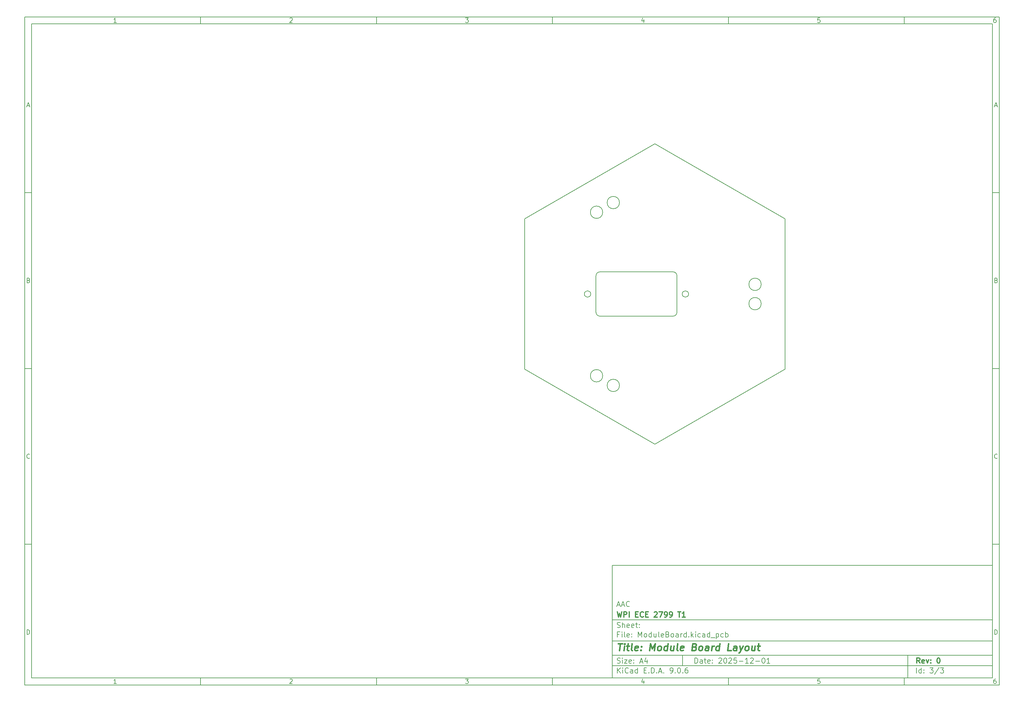
<source format=gbr>
%TF.GenerationSoftware,KiCad,Pcbnew,9.0.6*%
%TF.CreationDate,2025-12-02T02:32:02-05:00*%
%TF.ProjectId,ModuleBoard,4d6f6475-6c65-4426-9f61-72642e6b6963,0*%
%TF.SameCoordinates,Original*%
%TF.FileFunction,Profile,NP*%
%FSLAX46Y46*%
G04 Gerber Fmt 4.6, Leading zero omitted, Abs format (unit mm)*
G04 Created by KiCad (PCBNEW 9.0.6) date 2025-12-02 02:32:02*
%MOMM*%
%LPD*%
G01*
G04 APERTURE LIST*
%ADD10C,0.100000*%
%ADD11C,0.150000*%
%ADD12C,0.300000*%
%ADD13C,0.400000*%
%TA.AperFunction,Profile*%
%ADD14C,0.200000*%
%TD*%
G04 APERTURE END LIST*
D10*
D11*
X177002200Y-166007200D02*
X285002200Y-166007200D01*
X285002200Y-198007200D01*
X177002200Y-198007200D01*
X177002200Y-166007200D01*
D10*
D11*
X10000000Y-10000000D02*
X287002200Y-10000000D01*
X287002200Y-200007200D01*
X10000000Y-200007200D01*
X10000000Y-10000000D01*
D10*
D11*
X12000000Y-12000000D02*
X285002200Y-12000000D01*
X285002200Y-198007200D01*
X12000000Y-198007200D01*
X12000000Y-12000000D01*
D10*
D11*
X60000000Y-12000000D02*
X60000000Y-10000000D01*
D10*
D11*
X110000000Y-12000000D02*
X110000000Y-10000000D01*
D10*
D11*
X160000000Y-12000000D02*
X160000000Y-10000000D01*
D10*
D11*
X210000000Y-12000000D02*
X210000000Y-10000000D01*
D10*
D11*
X260000000Y-12000000D02*
X260000000Y-10000000D01*
D10*
D11*
X36089160Y-11593604D02*
X35346303Y-11593604D01*
X35717731Y-11593604D02*
X35717731Y-10293604D01*
X35717731Y-10293604D02*
X35593922Y-10479319D01*
X35593922Y-10479319D02*
X35470112Y-10603128D01*
X35470112Y-10603128D02*
X35346303Y-10665033D01*
D10*
D11*
X85346303Y-10417414D02*
X85408207Y-10355509D01*
X85408207Y-10355509D02*
X85532017Y-10293604D01*
X85532017Y-10293604D02*
X85841541Y-10293604D01*
X85841541Y-10293604D02*
X85965350Y-10355509D01*
X85965350Y-10355509D02*
X86027255Y-10417414D01*
X86027255Y-10417414D02*
X86089160Y-10541223D01*
X86089160Y-10541223D02*
X86089160Y-10665033D01*
X86089160Y-10665033D02*
X86027255Y-10850747D01*
X86027255Y-10850747D02*
X85284398Y-11593604D01*
X85284398Y-11593604D02*
X86089160Y-11593604D01*
D10*
D11*
X135284398Y-10293604D02*
X136089160Y-10293604D01*
X136089160Y-10293604D02*
X135655826Y-10788842D01*
X135655826Y-10788842D02*
X135841541Y-10788842D01*
X135841541Y-10788842D02*
X135965350Y-10850747D01*
X135965350Y-10850747D02*
X136027255Y-10912652D01*
X136027255Y-10912652D02*
X136089160Y-11036461D01*
X136089160Y-11036461D02*
X136089160Y-11345985D01*
X136089160Y-11345985D02*
X136027255Y-11469795D01*
X136027255Y-11469795D02*
X135965350Y-11531700D01*
X135965350Y-11531700D02*
X135841541Y-11593604D01*
X135841541Y-11593604D02*
X135470112Y-11593604D01*
X135470112Y-11593604D02*
X135346303Y-11531700D01*
X135346303Y-11531700D02*
X135284398Y-11469795D01*
D10*
D11*
X185965350Y-10726938D02*
X185965350Y-11593604D01*
X185655826Y-10231700D02*
X185346303Y-11160271D01*
X185346303Y-11160271D02*
X186151064Y-11160271D01*
D10*
D11*
X236027255Y-10293604D02*
X235408207Y-10293604D01*
X235408207Y-10293604D02*
X235346303Y-10912652D01*
X235346303Y-10912652D02*
X235408207Y-10850747D01*
X235408207Y-10850747D02*
X235532017Y-10788842D01*
X235532017Y-10788842D02*
X235841541Y-10788842D01*
X235841541Y-10788842D02*
X235965350Y-10850747D01*
X235965350Y-10850747D02*
X236027255Y-10912652D01*
X236027255Y-10912652D02*
X236089160Y-11036461D01*
X236089160Y-11036461D02*
X236089160Y-11345985D01*
X236089160Y-11345985D02*
X236027255Y-11469795D01*
X236027255Y-11469795D02*
X235965350Y-11531700D01*
X235965350Y-11531700D02*
X235841541Y-11593604D01*
X235841541Y-11593604D02*
X235532017Y-11593604D01*
X235532017Y-11593604D02*
X235408207Y-11531700D01*
X235408207Y-11531700D02*
X235346303Y-11469795D01*
D10*
D11*
X285965350Y-10293604D02*
X285717731Y-10293604D01*
X285717731Y-10293604D02*
X285593922Y-10355509D01*
X285593922Y-10355509D02*
X285532017Y-10417414D01*
X285532017Y-10417414D02*
X285408207Y-10603128D01*
X285408207Y-10603128D02*
X285346303Y-10850747D01*
X285346303Y-10850747D02*
X285346303Y-11345985D01*
X285346303Y-11345985D02*
X285408207Y-11469795D01*
X285408207Y-11469795D02*
X285470112Y-11531700D01*
X285470112Y-11531700D02*
X285593922Y-11593604D01*
X285593922Y-11593604D02*
X285841541Y-11593604D01*
X285841541Y-11593604D02*
X285965350Y-11531700D01*
X285965350Y-11531700D02*
X286027255Y-11469795D01*
X286027255Y-11469795D02*
X286089160Y-11345985D01*
X286089160Y-11345985D02*
X286089160Y-11036461D01*
X286089160Y-11036461D02*
X286027255Y-10912652D01*
X286027255Y-10912652D02*
X285965350Y-10850747D01*
X285965350Y-10850747D02*
X285841541Y-10788842D01*
X285841541Y-10788842D02*
X285593922Y-10788842D01*
X285593922Y-10788842D02*
X285470112Y-10850747D01*
X285470112Y-10850747D02*
X285408207Y-10912652D01*
X285408207Y-10912652D02*
X285346303Y-11036461D01*
D10*
D11*
X60000000Y-198007200D02*
X60000000Y-200007200D01*
D10*
D11*
X110000000Y-198007200D02*
X110000000Y-200007200D01*
D10*
D11*
X160000000Y-198007200D02*
X160000000Y-200007200D01*
D10*
D11*
X210000000Y-198007200D02*
X210000000Y-200007200D01*
D10*
D11*
X260000000Y-198007200D02*
X260000000Y-200007200D01*
D10*
D11*
X36089160Y-199600804D02*
X35346303Y-199600804D01*
X35717731Y-199600804D02*
X35717731Y-198300804D01*
X35717731Y-198300804D02*
X35593922Y-198486519D01*
X35593922Y-198486519D02*
X35470112Y-198610328D01*
X35470112Y-198610328D02*
X35346303Y-198672233D01*
D10*
D11*
X85346303Y-198424614D02*
X85408207Y-198362709D01*
X85408207Y-198362709D02*
X85532017Y-198300804D01*
X85532017Y-198300804D02*
X85841541Y-198300804D01*
X85841541Y-198300804D02*
X85965350Y-198362709D01*
X85965350Y-198362709D02*
X86027255Y-198424614D01*
X86027255Y-198424614D02*
X86089160Y-198548423D01*
X86089160Y-198548423D02*
X86089160Y-198672233D01*
X86089160Y-198672233D02*
X86027255Y-198857947D01*
X86027255Y-198857947D02*
X85284398Y-199600804D01*
X85284398Y-199600804D02*
X86089160Y-199600804D01*
D10*
D11*
X135284398Y-198300804D02*
X136089160Y-198300804D01*
X136089160Y-198300804D02*
X135655826Y-198796042D01*
X135655826Y-198796042D02*
X135841541Y-198796042D01*
X135841541Y-198796042D02*
X135965350Y-198857947D01*
X135965350Y-198857947D02*
X136027255Y-198919852D01*
X136027255Y-198919852D02*
X136089160Y-199043661D01*
X136089160Y-199043661D02*
X136089160Y-199353185D01*
X136089160Y-199353185D02*
X136027255Y-199476995D01*
X136027255Y-199476995D02*
X135965350Y-199538900D01*
X135965350Y-199538900D02*
X135841541Y-199600804D01*
X135841541Y-199600804D02*
X135470112Y-199600804D01*
X135470112Y-199600804D02*
X135346303Y-199538900D01*
X135346303Y-199538900D02*
X135284398Y-199476995D01*
D10*
D11*
X185965350Y-198734138D02*
X185965350Y-199600804D01*
X185655826Y-198238900D02*
X185346303Y-199167471D01*
X185346303Y-199167471D02*
X186151064Y-199167471D01*
D10*
D11*
X236027255Y-198300804D02*
X235408207Y-198300804D01*
X235408207Y-198300804D02*
X235346303Y-198919852D01*
X235346303Y-198919852D02*
X235408207Y-198857947D01*
X235408207Y-198857947D02*
X235532017Y-198796042D01*
X235532017Y-198796042D02*
X235841541Y-198796042D01*
X235841541Y-198796042D02*
X235965350Y-198857947D01*
X235965350Y-198857947D02*
X236027255Y-198919852D01*
X236027255Y-198919852D02*
X236089160Y-199043661D01*
X236089160Y-199043661D02*
X236089160Y-199353185D01*
X236089160Y-199353185D02*
X236027255Y-199476995D01*
X236027255Y-199476995D02*
X235965350Y-199538900D01*
X235965350Y-199538900D02*
X235841541Y-199600804D01*
X235841541Y-199600804D02*
X235532017Y-199600804D01*
X235532017Y-199600804D02*
X235408207Y-199538900D01*
X235408207Y-199538900D02*
X235346303Y-199476995D01*
D10*
D11*
X285965350Y-198300804D02*
X285717731Y-198300804D01*
X285717731Y-198300804D02*
X285593922Y-198362709D01*
X285593922Y-198362709D02*
X285532017Y-198424614D01*
X285532017Y-198424614D02*
X285408207Y-198610328D01*
X285408207Y-198610328D02*
X285346303Y-198857947D01*
X285346303Y-198857947D02*
X285346303Y-199353185D01*
X285346303Y-199353185D02*
X285408207Y-199476995D01*
X285408207Y-199476995D02*
X285470112Y-199538900D01*
X285470112Y-199538900D02*
X285593922Y-199600804D01*
X285593922Y-199600804D02*
X285841541Y-199600804D01*
X285841541Y-199600804D02*
X285965350Y-199538900D01*
X285965350Y-199538900D02*
X286027255Y-199476995D01*
X286027255Y-199476995D02*
X286089160Y-199353185D01*
X286089160Y-199353185D02*
X286089160Y-199043661D01*
X286089160Y-199043661D02*
X286027255Y-198919852D01*
X286027255Y-198919852D02*
X285965350Y-198857947D01*
X285965350Y-198857947D02*
X285841541Y-198796042D01*
X285841541Y-198796042D02*
X285593922Y-198796042D01*
X285593922Y-198796042D02*
X285470112Y-198857947D01*
X285470112Y-198857947D02*
X285408207Y-198919852D01*
X285408207Y-198919852D02*
X285346303Y-199043661D01*
D10*
D11*
X10000000Y-60000000D02*
X12000000Y-60000000D01*
D10*
D11*
X10000000Y-110000000D02*
X12000000Y-110000000D01*
D10*
D11*
X10000000Y-160000000D02*
X12000000Y-160000000D01*
D10*
D11*
X10690476Y-35222176D02*
X11309523Y-35222176D01*
X10566666Y-35593604D02*
X10999999Y-34293604D01*
X10999999Y-34293604D02*
X11433333Y-35593604D01*
D10*
D11*
X11092857Y-84912652D02*
X11278571Y-84974557D01*
X11278571Y-84974557D02*
X11340476Y-85036461D01*
X11340476Y-85036461D02*
X11402380Y-85160271D01*
X11402380Y-85160271D02*
X11402380Y-85345985D01*
X11402380Y-85345985D02*
X11340476Y-85469795D01*
X11340476Y-85469795D02*
X11278571Y-85531700D01*
X11278571Y-85531700D02*
X11154761Y-85593604D01*
X11154761Y-85593604D02*
X10659523Y-85593604D01*
X10659523Y-85593604D02*
X10659523Y-84293604D01*
X10659523Y-84293604D02*
X11092857Y-84293604D01*
X11092857Y-84293604D02*
X11216666Y-84355509D01*
X11216666Y-84355509D02*
X11278571Y-84417414D01*
X11278571Y-84417414D02*
X11340476Y-84541223D01*
X11340476Y-84541223D02*
X11340476Y-84665033D01*
X11340476Y-84665033D02*
X11278571Y-84788842D01*
X11278571Y-84788842D02*
X11216666Y-84850747D01*
X11216666Y-84850747D02*
X11092857Y-84912652D01*
X11092857Y-84912652D02*
X10659523Y-84912652D01*
D10*
D11*
X11402380Y-135469795D02*
X11340476Y-135531700D01*
X11340476Y-135531700D02*
X11154761Y-135593604D01*
X11154761Y-135593604D02*
X11030952Y-135593604D01*
X11030952Y-135593604D02*
X10845238Y-135531700D01*
X10845238Y-135531700D02*
X10721428Y-135407890D01*
X10721428Y-135407890D02*
X10659523Y-135284080D01*
X10659523Y-135284080D02*
X10597619Y-135036461D01*
X10597619Y-135036461D02*
X10597619Y-134850747D01*
X10597619Y-134850747D02*
X10659523Y-134603128D01*
X10659523Y-134603128D02*
X10721428Y-134479319D01*
X10721428Y-134479319D02*
X10845238Y-134355509D01*
X10845238Y-134355509D02*
X11030952Y-134293604D01*
X11030952Y-134293604D02*
X11154761Y-134293604D01*
X11154761Y-134293604D02*
X11340476Y-134355509D01*
X11340476Y-134355509D02*
X11402380Y-134417414D01*
D10*
D11*
X10659523Y-185593604D02*
X10659523Y-184293604D01*
X10659523Y-184293604D02*
X10969047Y-184293604D01*
X10969047Y-184293604D02*
X11154761Y-184355509D01*
X11154761Y-184355509D02*
X11278571Y-184479319D01*
X11278571Y-184479319D02*
X11340476Y-184603128D01*
X11340476Y-184603128D02*
X11402380Y-184850747D01*
X11402380Y-184850747D02*
X11402380Y-185036461D01*
X11402380Y-185036461D02*
X11340476Y-185284080D01*
X11340476Y-185284080D02*
X11278571Y-185407890D01*
X11278571Y-185407890D02*
X11154761Y-185531700D01*
X11154761Y-185531700D02*
X10969047Y-185593604D01*
X10969047Y-185593604D02*
X10659523Y-185593604D01*
D10*
D11*
X287002200Y-60000000D02*
X285002200Y-60000000D01*
D10*
D11*
X287002200Y-110000000D02*
X285002200Y-110000000D01*
D10*
D11*
X287002200Y-160000000D02*
X285002200Y-160000000D01*
D10*
D11*
X285692676Y-35222176D02*
X286311723Y-35222176D01*
X285568866Y-35593604D02*
X286002199Y-34293604D01*
X286002199Y-34293604D02*
X286435533Y-35593604D01*
D10*
D11*
X286095057Y-84912652D02*
X286280771Y-84974557D01*
X286280771Y-84974557D02*
X286342676Y-85036461D01*
X286342676Y-85036461D02*
X286404580Y-85160271D01*
X286404580Y-85160271D02*
X286404580Y-85345985D01*
X286404580Y-85345985D02*
X286342676Y-85469795D01*
X286342676Y-85469795D02*
X286280771Y-85531700D01*
X286280771Y-85531700D02*
X286156961Y-85593604D01*
X286156961Y-85593604D02*
X285661723Y-85593604D01*
X285661723Y-85593604D02*
X285661723Y-84293604D01*
X285661723Y-84293604D02*
X286095057Y-84293604D01*
X286095057Y-84293604D02*
X286218866Y-84355509D01*
X286218866Y-84355509D02*
X286280771Y-84417414D01*
X286280771Y-84417414D02*
X286342676Y-84541223D01*
X286342676Y-84541223D02*
X286342676Y-84665033D01*
X286342676Y-84665033D02*
X286280771Y-84788842D01*
X286280771Y-84788842D02*
X286218866Y-84850747D01*
X286218866Y-84850747D02*
X286095057Y-84912652D01*
X286095057Y-84912652D02*
X285661723Y-84912652D01*
D10*
D11*
X286404580Y-135469795D02*
X286342676Y-135531700D01*
X286342676Y-135531700D02*
X286156961Y-135593604D01*
X286156961Y-135593604D02*
X286033152Y-135593604D01*
X286033152Y-135593604D02*
X285847438Y-135531700D01*
X285847438Y-135531700D02*
X285723628Y-135407890D01*
X285723628Y-135407890D02*
X285661723Y-135284080D01*
X285661723Y-135284080D02*
X285599819Y-135036461D01*
X285599819Y-135036461D02*
X285599819Y-134850747D01*
X285599819Y-134850747D02*
X285661723Y-134603128D01*
X285661723Y-134603128D02*
X285723628Y-134479319D01*
X285723628Y-134479319D02*
X285847438Y-134355509D01*
X285847438Y-134355509D02*
X286033152Y-134293604D01*
X286033152Y-134293604D02*
X286156961Y-134293604D01*
X286156961Y-134293604D02*
X286342676Y-134355509D01*
X286342676Y-134355509D02*
X286404580Y-134417414D01*
D10*
D11*
X285661723Y-185593604D02*
X285661723Y-184293604D01*
X285661723Y-184293604D02*
X285971247Y-184293604D01*
X285971247Y-184293604D02*
X286156961Y-184355509D01*
X286156961Y-184355509D02*
X286280771Y-184479319D01*
X286280771Y-184479319D02*
X286342676Y-184603128D01*
X286342676Y-184603128D02*
X286404580Y-184850747D01*
X286404580Y-184850747D02*
X286404580Y-185036461D01*
X286404580Y-185036461D02*
X286342676Y-185284080D01*
X286342676Y-185284080D02*
X286280771Y-185407890D01*
X286280771Y-185407890D02*
X286156961Y-185531700D01*
X286156961Y-185531700D02*
X285971247Y-185593604D01*
X285971247Y-185593604D02*
X285661723Y-185593604D01*
D10*
D11*
X200458026Y-193793328D02*
X200458026Y-192293328D01*
X200458026Y-192293328D02*
X200815169Y-192293328D01*
X200815169Y-192293328D02*
X201029455Y-192364757D01*
X201029455Y-192364757D02*
X201172312Y-192507614D01*
X201172312Y-192507614D02*
X201243741Y-192650471D01*
X201243741Y-192650471D02*
X201315169Y-192936185D01*
X201315169Y-192936185D02*
X201315169Y-193150471D01*
X201315169Y-193150471D02*
X201243741Y-193436185D01*
X201243741Y-193436185D02*
X201172312Y-193579042D01*
X201172312Y-193579042D02*
X201029455Y-193721900D01*
X201029455Y-193721900D02*
X200815169Y-193793328D01*
X200815169Y-193793328D02*
X200458026Y-193793328D01*
X202600884Y-193793328D02*
X202600884Y-193007614D01*
X202600884Y-193007614D02*
X202529455Y-192864757D01*
X202529455Y-192864757D02*
X202386598Y-192793328D01*
X202386598Y-192793328D02*
X202100884Y-192793328D01*
X202100884Y-192793328D02*
X201958026Y-192864757D01*
X202600884Y-193721900D02*
X202458026Y-193793328D01*
X202458026Y-193793328D02*
X202100884Y-193793328D01*
X202100884Y-193793328D02*
X201958026Y-193721900D01*
X201958026Y-193721900D02*
X201886598Y-193579042D01*
X201886598Y-193579042D02*
X201886598Y-193436185D01*
X201886598Y-193436185D02*
X201958026Y-193293328D01*
X201958026Y-193293328D02*
X202100884Y-193221900D01*
X202100884Y-193221900D02*
X202458026Y-193221900D01*
X202458026Y-193221900D02*
X202600884Y-193150471D01*
X203100884Y-192793328D02*
X203672312Y-192793328D01*
X203315169Y-192293328D02*
X203315169Y-193579042D01*
X203315169Y-193579042D02*
X203386598Y-193721900D01*
X203386598Y-193721900D02*
X203529455Y-193793328D01*
X203529455Y-193793328D02*
X203672312Y-193793328D01*
X204743741Y-193721900D02*
X204600884Y-193793328D01*
X204600884Y-193793328D02*
X204315170Y-193793328D01*
X204315170Y-193793328D02*
X204172312Y-193721900D01*
X204172312Y-193721900D02*
X204100884Y-193579042D01*
X204100884Y-193579042D02*
X204100884Y-193007614D01*
X204100884Y-193007614D02*
X204172312Y-192864757D01*
X204172312Y-192864757D02*
X204315170Y-192793328D01*
X204315170Y-192793328D02*
X204600884Y-192793328D01*
X204600884Y-192793328D02*
X204743741Y-192864757D01*
X204743741Y-192864757D02*
X204815170Y-193007614D01*
X204815170Y-193007614D02*
X204815170Y-193150471D01*
X204815170Y-193150471D02*
X204100884Y-193293328D01*
X205458026Y-193650471D02*
X205529455Y-193721900D01*
X205529455Y-193721900D02*
X205458026Y-193793328D01*
X205458026Y-193793328D02*
X205386598Y-193721900D01*
X205386598Y-193721900D02*
X205458026Y-193650471D01*
X205458026Y-193650471D02*
X205458026Y-193793328D01*
X205458026Y-192864757D02*
X205529455Y-192936185D01*
X205529455Y-192936185D02*
X205458026Y-193007614D01*
X205458026Y-193007614D02*
X205386598Y-192936185D01*
X205386598Y-192936185D02*
X205458026Y-192864757D01*
X205458026Y-192864757D02*
X205458026Y-193007614D01*
X207243741Y-192436185D02*
X207315169Y-192364757D01*
X207315169Y-192364757D02*
X207458027Y-192293328D01*
X207458027Y-192293328D02*
X207815169Y-192293328D01*
X207815169Y-192293328D02*
X207958027Y-192364757D01*
X207958027Y-192364757D02*
X208029455Y-192436185D01*
X208029455Y-192436185D02*
X208100884Y-192579042D01*
X208100884Y-192579042D02*
X208100884Y-192721900D01*
X208100884Y-192721900D02*
X208029455Y-192936185D01*
X208029455Y-192936185D02*
X207172312Y-193793328D01*
X207172312Y-193793328D02*
X208100884Y-193793328D01*
X209029455Y-192293328D02*
X209172312Y-192293328D01*
X209172312Y-192293328D02*
X209315169Y-192364757D01*
X209315169Y-192364757D02*
X209386598Y-192436185D01*
X209386598Y-192436185D02*
X209458026Y-192579042D01*
X209458026Y-192579042D02*
X209529455Y-192864757D01*
X209529455Y-192864757D02*
X209529455Y-193221900D01*
X209529455Y-193221900D02*
X209458026Y-193507614D01*
X209458026Y-193507614D02*
X209386598Y-193650471D01*
X209386598Y-193650471D02*
X209315169Y-193721900D01*
X209315169Y-193721900D02*
X209172312Y-193793328D01*
X209172312Y-193793328D02*
X209029455Y-193793328D01*
X209029455Y-193793328D02*
X208886598Y-193721900D01*
X208886598Y-193721900D02*
X208815169Y-193650471D01*
X208815169Y-193650471D02*
X208743740Y-193507614D01*
X208743740Y-193507614D02*
X208672312Y-193221900D01*
X208672312Y-193221900D02*
X208672312Y-192864757D01*
X208672312Y-192864757D02*
X208743740Y-192579042D01*
X208743740Y-192579042D02*
X208815169Y-192436185D01*
X208815169Y-192436185D02*
X208886598Y-192364757D01*
X208886598Y-192364757D02*
X209029455Y-192293328D01*
X210100883Y-192436185D02*
X210172311Y-192364757D01*
X210172311Y-192364757D02*
X210315169Y-192293328D01*
X210315169Y-192293328D02*
X210672311Y-192293328D01*
X210672311Y-192293328D02*
X210815169Y-192364757D01*
X210815169Y-192364757D02*
X210886597Y-192436185D01*
X210886597Y-192436185D02*
X210958026Y-192579042D01*
X210958026Y-192579042D02*
X210958026Y-192721900D01*
X210958026Y-192721900D02*
X210886597Y-192936185D01*
X210886597Y-192936185D02*
X210029454Y-193793328D01*
X210029454Y-193793328D02*
X210958026Y-193793328D01*
X212315168Y-192293328D02*
X211600882Y-192293328D01*
X211600882Y-192293328D02*
X211529454Y-193007614D01*
X211529454Y-193007614D02*
X211600882Y-192936185D01*
X211600882Y-192936185D02*
X211743740Y-192864757D01*
X211743740Y-192864757D02*
X212100882Y-192864757D01*
X212100882Y-192864757D02*
X212243740Y-192936185D01*
X212243740Y-192936185D02*
X212315168Y-193007614D01*
X212315168Y-193007614D02*
X212386597Y-193150471D01*
X212386597Y-193150471D02*
X212386597Y-193507614D01*
X212386597Y-193507614D02*
X212315168Y-193650471D01*
X212315168Y-193650471D02*
X212243740Y-193721900D01*
X212243740Y-193721900D02*
X212100882Y-193793328D01*
X212100882Y-193793328D02*
X211743740Y-193793328D01*
X211743740Y-193793328D02*
X211600882Y-193721900D01*
X211600882Y-193721900D02*
X211529454Y-193650471D01*
X213029453Y-193221900D02*
X214172311Y-193221900D01*
X215672311Y-193793328D02*
X214815168Y-193793328D01*
X215243739Y-193793328D02*
X215243739Y-192293328D01*
X215243739Y-192293328D02*
X215100882Y-192507614D01*
X215100882Y-192507614D02*
X214958025Y-192650471D01*
X214958025Y-192650471D02*
X214815168Y-192721900D01*
X216243739Y-192436185D02*
X216315167Y-192364757D01*
X216315167Y-192364757D02*
X216458025Y-192293328D01*
X216458025Y-192293328D02*
X216815167Y-192293328D01*
X216815167Y-192293328D02*
X216958025Y-192364757D01*
X216958025Y-192364757D02*
X217029453Y-192436185D01*
X217029453Y-192436185D02*
X217100882Y-192579042D01*
X217100882Y-192579042D02*
X217100882Y-192721900D01*
X217100882Y-192721900D02*
X217029453Y-192936185D01*
X217029453Y-192936185D02*
X216172310Y-193793328D01*
X216172310Y-193793328D02*
X217100882Y-193793328D01*
X217743738Y-193221900D02*
X218886596Y-193221900D01*
X219886596Y-192293328D02*
X220029453Y-192293328D01*
X220029453Y-192293328D02*
X220172310Y-192364757D01*
X220172310Y-192364757D02*
X220243739Y-192436185D01*
X220243739Y-192436185D02*
X220315167Y-192579042D01*
X220315167Y-192579042D02*
X220386596Y-192864757D01*
X220386596Y-192864757D02*
X220386596Y-193221900D01*
X220386596Y-193221900D02*
X220315167Y-193507614D01*
X220315167Y-193507614D02*
X220243739Y-193650471D01*
X220243739Y-193650471D02*
X220172310Y-193721900D01*
X220172310Y-193721900D02*
X220029453Y-193793328D01*
X220029453Y-193793328D02*
X219886596Y-193793328D01*
X219886596Y-193793328D02*
X219743739Y-193721900D01*
X219743739Y-193721900D02*
X219672310Y-193650471D01*
X219672310Y-193650471D02*
X219600881Y-193507614D01*
X219600881Y-193507614D02*
X219529453Y-193221900D01*
X219529453Y-193221900D02*
X219529453Y-192864757D01*
X219529453Y-192864757D02*
X219600881Y-192579042D01*
X219600881Y-192579042D02*
X219672310Y-192436185D01*
X219672310Y-192436185D02*
X219743739Y-192364757D01*
X219743739Y-192364757D02*
X219886596Y-192293328D01*
X221815167Y-193793328D02*
X220958024Y-193793328D01*
X221386595Y-193793328D02*
X221386595Y-192293328D01*
X221386595Y-192293328D02*
X221243738Y-192507614D01*
X221243738Y-192507614D02*
X221100881Y-192650471D01*
X221100881Y-192650471D02*
X220958024Y-192721900D01*
D10*
D11*
X177002200Y-194507200D02*
X285002200Y-194507200D01*
D10*
D11*
X178458026Y-196593328D02*
X178458026Y-195093328D01*
X179315169Y-196593328D02*
X178672312Y-195736185D01*
X179315169Y-195093328D02*
X178458026Y-195950471D01*
X179958026Y-196593328D02*
X179958026Y-195593328D01*
X179958026Y-195093328D02*
X179886598Y-195164757D01*
X179886598Y-195164757D02*
X179958026Y-195236185D01*
X179958026Y-195236185D02*
X180029455Y-195164757D01*
X180029455Y-195164757D02*
X179958026Y-195093328D01*
X179958026Y-195093328D02*
X179958026Y-195236185D01*
X181529455Y-196450471D02*
X181458027Y-196521900D01*
X181458027Y-196521900D02*
X181243741Y-196593328D01*
X181243741Y-196593328D02*
X181100884Y-196593328D01*
X181100884Y-196593328D02*
X180886598Y-196521900D01*
X180886598Y-196521900D02*
X180743741Y-196379042D01*
X180743741Y-196379042D02*
X180672312Y-196236185D01*
X180672312Y-196236185D02*
X180600884Y-195950471D01*
X180600884Y-195950471D02*
X180600884Y-195736185D01*
X180600884Y-195736185D02*
X180672312Y-195450471D01*
X180672312Y-195450471D02*
X180743741Y-195307614D01*
X180743741Y-195307614D02*
X180886598Y-195164757D01*
X180886598Y-195164757D02*
X181100884Y-195093328D01*
X181100884Y-195093328D02*
X181243741Y-195093328D01*
X181243741Y-195093328D02*
X181458027Y-195164757D01*
X181458027Y-195164757D02*
X181529455Y-195236185D01*
X182815170Y-196593328D02*
X182815170Y-195807614D01*
X182815170Y-195807614D02*
X182743741Y-195664757D01*
X182743741Y-195664757D02*
X182600884Y-195593328D01*
X182600884Y-195593328D02*
X182315170Y-195593328D01*
X182315170Y-195593328D02*
X182172312Y-195664757D01*
X182815170Y-196521900D02*
X182672312Y-196593328D01*
X182672312Y-196593328D02*
X182315170Y-196593328D01*
X182315170Y-196593328D02*
X182172312Y-196521900D01*
X182172312Y-196521900D02*
X182100884Y-196379042D01*
X182100884Y-196379042D02*
X182100884Y-196236185D01*
X182100884Y-196236185D02*
X182172312Y-196093328D01*
X182172312Y-196093328D02*
X182315170Y-196021900D01*
X182315170Y-196021900D02*
X182672312Y-196021900D01*
X182672312Y-196021900D02*
X182815170Y-195950471D01*
X184172313Y-196593328D02*
X184172313Y-195093328D01*
X184172313Y-196521900D02*
X184029455Y-196593328D01*
X184029455Y-196593328D02*
X183743741Y-196593328D01*
X183743741Y-196593328D02*
X183600884Y-196521900D01*
X183600884Y-196521900D02*
X183529455Y-196450471D01*
X183529455Y-196450471D02*
X183458027Y-196307614D01*
X183458027Y-196307614D02*
X183458027Y-195879042D01*
X183458027Y-195879042D02*
X183529455Y-195736185D01*
X183529455Y-195736185D02*
X183600884Y-195664757D01*
X183600884Y-195664757D02*
X183743741Y-195593328D01*
X183743741Y-195593328D02*
X184029455Y-195593328D01*
X184029455Y-195593328D02*
X184172313Y-195664757D01*
X186029455Y-195807614D02*
X186529455Y-195807614D01*
X186743741Y-196593328D02*
X186029455Y-196593328D01*
X186029455Y-196593328D02*
X186029455Y-195093328D01*
X186029455Y-195093328D02*
X186743741Y-195093328D01*
X187386598Y-196450471D02*
X187458027Y-196521900D01*
X187458027Y-196521900D02*
X187386598Y-196593328D01*
X187386598Y-196593328D02*
X187315170Y-196521900D01*
X187315170Y-196521900D02*
X187386598Y-196450471D01*
X187386598Y-196450471D02*
X187386598Y-196593328D01*
X188100884Y-196593328D02*
X188100884Y-195093328D01*
X188100884Y-195093328D02*
X188458027Y-195093328D01*
X188458027Y-195093328D02*
X188672313Y-195164757D01*
X188672313Y-195164757D02*
X188815170Y-195307614D01*
X188815170Y-195307614D02*
X188886599Y-195450471D01*
X188886599Y-195450471D02*
X188958027Y-195736185D01*
X188958027Y-195736185D02*
X188958027Y-195950471D01*
X188958027Y-195950471D02*
X188886599Y-196236185D01*
X188886599Y-196236185D02*
X188815170Y-196379042D01*
X188815170Y-196379042D02*
X188672313Y-196521900D01*
X188672313Y-196521900D02*
X188458027Y-196593328D01*
X188458027Y-196593328D02*
X188100884Y-196593328D01*
X189600884Y-196450471D02*
X189672313Y-196521900D01*
X189672313Y-196521900D02*
X189600884Y-196593328D01*
X189600884Y-196593328D02*
X189529456Y-196521900D01*
X189529456Y-196521900D02*
X189600884Y-196450471D01*
X189600884Y-196450471D02*
X189600884Y-196593328D01*
X190243742Y-196164757D02*
X190958028Y-196164757D01*
X190100885Y-196593328D02*
X190600885Y-195093328D01*
X190600885Y-195093328D02*
X191100885Y-196593328D01*
X191600884Y-196450471D02*
X191672313Y-196521900D01*
X191672313Y-196521900D02*
X191600884Y-196593328D01*
X191600884Y-196593328D02*
X191529456Y-196521900D01*
X191529456Y-196521900D02*
X191600884Y-196450471D01*
X191600884Y-196450471D02*
X191600884Y-196593328D01*
X193529456Y-196593328D02*
X193815170Y-196593328D01*
X193815170Y-196593328D02*
X193958027Y-196521900D01*
X193958027Y-196521900D02*
X194029456Y-196450471D01*
X194029456Y-196450471D02*
X194172313Y-196236185D01*
X194172313Y-196236185D02*
X194243742Y-195950471D01*
X194243742Y-195950471D02*
X194243742Y-195379042D01*
X194243742Y-195379042D02*
X194172313Y-195236185D01*
X194172313Y-195236185D02*
X194100885Y-195164757D01*
X194100885Y-195164757D02*
X193958027Y-195093328D01*
X193958027Y-195093328D02*
X193672313Y-195093328D01*
X193672313Y-195093328D02*
X193529456Y-195164757D01*
X193529456Y-195164757D02*
X193458027Y-195236185D01*
X193458027Y-195236185D02*
X193386599Y-195379042D01*
X193386599Y-195379042D02*
X193386599Y-195736185D01*
X193386599Y-195736185D02*
X193458027Y-195879042D01*
X193458027Y-195879042D02*
X193529456Y-195950471D01*
X193529456Y-195950471D02*
X193672313Y-196021900D01*
X193672313Y-196021900D02*
X193958027Y-196021900D01*
X193958027Y-196021900D02*
X194100885Y-195950471D01*
X194100885Y-195950471D02*
X194172313Y-195879042D01*
X194172313Y-195879042D02*
X194243742Y-195736185D01*
X194886598Y-196450471D02*
X194958027Y-196521900D01*
X194958027Y-196521900D02*
X194886598Y-196593328D01*
X194886598Y-196593328D02*
X194815170Y-196521900D01*
X194815170Y-196521900D02*
X194886598Y-196450471D01*
X194886598Y-196450471D02*
X194886598Y-196593328D01*
X195886599Y-195093328D02*
X196029456Y-195093328D01*
X196029456Y-195093328D02*
X196172313Y-195164757D01*
X196172313Y-195164757D02*
X196243742Y-195236185D01*
X196243742Y-195236185D02*
X196315170Y-195379042D01*
X196315170Y-195379042D02*
X196386599Y-195664757D01*
X196386599Y-195664757D02*
X196386599Y-196021900D01*
X196386599Y-196021900D02*
X196315170Y-196307614D01*
X196315170Y-196307614D02*
X196243742Y-196450471D01*
X196243742Y-196450471D02*
X196172313Y-196521900D01*
X196172313Y-196521900D02*
X196029456Y-196593328D01*
X196029456Y-196593328D02*
X195886599Y-196593328D01*
X195886599Y-196593328D02*
X195743742Y-196521900D01*
X195743742Y-196521900D02*
X195672313Y-196450471D01*
X195672313Y-196450471D02*
X195600884Y-196307614D01*
X195600884Y-196307614D02*
X195529456Y-196021900D01*
X195529456Y-196021900D02*
X195529456Y-195664757D01*
X195529456Y-195664757D02*
X195600884Y-195379042D01*
X195600884Y-195379042D02*
X195672313Y-195236185D01*
X195672313Y-195236185D02*
X195743742Y-195164757D01*
X195743742Y-195164757D02*
X195886599Y-195093328D01*
X197029455Y-196450471D02*
X197100884Y-196521900D01*
X197100884Y-196521900D02*
X197029455Y-196593328D01*
X197029455Y-196593328D02*
X196958027Y-196521900D01*
X196958027Y-196521900D02*
X197029455Y-196450471D01*
X197029455Y-196450471D02*
X197029455Y-196593328D01*
X198386599Y-195093328D02*
X198100884Y-195093328D01*
X198100884Y-195093328D02*
X197958027Y-195164757D01*
X197958027Y-195164757D02*
X197886599Y-195236185D01*
X197886599Y-195236185D02*
X197743741Y-195450471D01*
X197743741Y-195450471D02*
X197672313Y-195736185D01*
X197672313Y-195736185D02*
X197672313Y-196307614D01*
X197672313Y-196307614D02*
X197743741Y-196450471D01*
X197743741Y-196450471D02*
X197815170Y-196521900D01*
X197815170Y-196521900D02*
X197958027Y-196593328D01*
X197958027Y-196593328D02*
X198243741Y-196593328D01*
X198243741Y-196593328D02*
X198386599Y-196521900D01*
X198386599Y-196521900D02*
X198458027Y-196450471D01*
X198458027Y-196450471D02*
X198529456Y-196307614D01*
X198529456Y-196307614D02*
X198529456Y-195950471D01*
X198529456Y-195950471D02*
X198458027Y-195807614D01*
X198458027Y-195807614D02*
X198386599Y-195736185D01*
X198386599Y-195736185D02*
X198243741Y-195664757D01*
X198243741Y-195664757D02*
X197958027Y-195664757D01*
X197958027Y-195664757D02*
X197815170Y-195736185D01*
X197815170Y-195736185D02*
X197743741Y-195807614D01*
X197743741Y-195807614D02*
X197672313Y-195950471D01*
D10*
D11*
X177002200Y-191507200D02*
X285002200Y-191507200D01*
D10*
D12*
X264413853Y-193785528D02*
X263913853Y-193071242D01*
X263556710Y-193785528D02*
X263556710Y-192285528D01*
X263556710Y-192285528D02*
X264128139Y-192285528D01*
X264128139Y-192285528D02*
X264270996Y-192356957D01*
X264270996Y-192356957D02*
X264342425Y-192428385D01*
X264342425Y-192428385D02*
X264413853Y-192571242D01*
X264413853Y-192571242D02*
X264413853Y-192785528D01*
X264413853Y-192785528D02*
X264342425Y-192928385D01*
X264342425Y-192928385D02*
X264270996Y-192999814D01*
X264270996Y-192999814D02*
X264128139Y-193071242D01*
X264128139Y-193071242D02*
X263556710Y-193071242D01*
X265628139Y-193714100D02*
X265485282Y-193785528D01*
X265485282Y-193785528D02*
X265199568Y-193785528D01*
X265199568Y-193785528D02*
X265056710Y-193714100D01*
X265056710Y-193714100D02*
X264985282Y-193571242D01*
X264985282Y-193571242D02*
X264985282Y-192999814D01*
X264985282Y-192999814D02*
X265056710Y-192856957D01*
X265056710Y-192856957D02*
X265199568Y-192785528D01*
X265199568Y-192785528D02*
X265485282Y-192785528D01*
X265485282Y-192785528D02*
X265628139Y-192856957D01*
X265628139Y-192856957D02*
X265699568Y-192999814D01*
X265699568Y-192999814D02*
X265699568Y-193142671D01*
X265699568Y-193142671D02*
X264985282Y-193285528D01*
X266199567Y-192785528D02*
X266556710Y-193785528D01*
X266556710Y-193785528D02*
X266913853Y-192785528D01*
X267485281Y-193642671D02*
X267556710Y-193714100D01*
X267556710Y-193714100D02*
X267485281Y-193785528D01*
X267485281Y-193785528D02*
X267413853Y-193714100D01*
X267413853Y-193714100D02*
X267485281Y-193642671D01*
X267485281Y-193642671D02*
X267485281Y-193785528D01*
X267485281Y-192856957D02*
X267556710Y-192928385D01*
X267556710Y-192928385D02*
X267485281Y-192999814D01*
X267485281Y-192999814D02*
X267413853Y-192928385D01*
X267413853Y-192928385D02*
X267485281Y-192856957D01*
X267485281Y-192856957D02*
X267485281Y-192999814D01*
X269628139Y-192285528D02*
X269770996Y-192285528D01*
X269770996Y-192285528D02*
X269913853Y-192356957D01*
X269913853Y-192356957D02*
X269985282Y-192428385D01*
X269985282Y-192428385D02*
X270056710Y-192571242D01*
X270056710Y-192571242D02*
X270128139Y-192856957D01*
X270128139Y-192856957D02*
X270128139Y-193214100D01*
X270128139Y-193214100D02*
X270056710Y-193499814D01*
X270056710Y-193499814D02*
X269985282Y-193642671D01*
X269985282Y-193642671D02*
X269913853Y-193714100D01*
X269913853Y-193714100D02*
X269770996Y-193785528D01*
X269770996Y-193785528D02*
X269628139Y-193785528D01*
X269628139Y-193785528D02*
X269485282Y-193714100D01*
X269485282Y-193714100D02*
X269413853Y-193642671D01*
X269413853Y-193642671D02*
X269342424Y-193499814D01*
X269342424Y-193499814D02*
X269270996Y-193214100D01*
X269270996Y-193214100D02*
X269270996Y-192856957D01*
X269270996Y-192856957D02*
X269342424Y-192571242D01*
X269342424Y-192571242D02*
X269413853Y-192428385D01*
X269413853Y-192428385D02*
X269485282Y-192356957D01*
X269485282Y-192356957D02*
X269628139Y-192285528D01*
D10*
D11*
X178386598Y-193721900D02*
X178600884Y-193793328D01*
X178600884Y-193793328D02*
X178958026Y-193793328D01*
X178958026Y-193793328D02*
X179100884Y-193721900D01*
X179100884Y-193721900D02*
X179172312Y-193650471D01*
X179172312Y-193650471D02*
X179243741Y-193507614D01*
X179243741Y-193507614D02*
X179243741Y-193364757D01*
X179243741Y-193364757D02*
X179172312Y-193221900D01*
X179172312Y-193221900D02*
X179100884Y-193150471D01*
X179100884Y-193150471D02*
X178958026Y-193079042D01*
X178958026Y-193079042D02*
X178672312Y-193007614D01*
X178672312Y-193007614D02*
X178529455Y-192936185D01*
X178529455Y-192936185D02*
X178458026Y-192864757D01*
X178458026Y-192864757D02*
X178386598Y-192721900D01*
X178386598Y-192721900D02*
X178386598Y-192579042D01*
X178386598Y-192579042D02*
X178458026Y-192436185D01*
X178458026Y-192436185D02*
X178529455Y-192364757D01*
X178529455Y-192364757D02*
X178672312Y-192293328D01*
X178672312Y-192293328D02*
X179029455Y-192293328D01*
X179029455Y-192293328D02*
X179243741Y-192364757D01*
X179886597Y-193793328D02*
X179886597Y-192793328D01*
X179886597Y-192293328D02*
X179815169Y-192364757D01*
X179815169Y-192364757D02*
X179886597Y-192436185D01*
X179886597Y-192436185D02*
X179958026Y-192364757D01*
X179958026Y-192364757D02*
X179886597Y-192293328D01*
X179886597Y-192293328D02*
X179886597Y-192436185D01*
X180458026Y-192793328D02*
X181243741Y-192793328D01*
X181243741Y-192793328D02*
X180458026Y-193793328D01*
X180458026Y-193793328D02*
X181243741Y-193793328D01*
X182386598Y-193721900D02*
X182243741Y-193793328D01*
X182243741Y-193793328D02*
X181958027Y-193793328D01*
X181958027Y-193793328D02*
X181815169Y-193721900D01*
X181815169Y-193721900D02*
X181743741Y-193579042D01*
X181743741Y-193579042D02*
X181743741Y-193007614D01*
X181743741Y-193007614D02*
X181815169Y-192864757D01*
X181815169Y-192864757D02*
X181958027Y-192793328D01*
X181958027Y-192793328D02*
X182243741Y-192793328D01*
X182243741Y-192793328D02*
X182386598Y-192864757D01*
X182386598Y-192864757D02*
X182458027Y-193007614D01*
X182458027Y-193007614D02*
X182458027Y-193150471D01*
X182458027Y-193150471D02*
X181743741Y-193293328D01*
X183100883Y-193650471D02*
X183172312Y-193721900D01*
X183172312Y-193721900D02*
X183100883Y-193793328D01*
X183100883Y-193793328D02*
X183029455Y-193721900D01*
X183029455Y-193721900D02*
X183100883Y-193650471D01*
X183100883Y-193650471D02*
X183100883Y-193793328D01*
X183100883Y-192864757D02*
X183172312Y-192936185D01*
X183172312Y-192936185D02*
X183100883Y-193007614D01*
X183100883Y-193007614D02*
X183029455Y-192936185D01*
X183029455Y-192936185D02*
X183100883Y-192864757D01*
X183100883Y-192864757D02*
X183100883Y-193007614D01*
X184886598Y-193364757D02*
X185600884Y-193364757D01*
X184743741Y-193793328D02*
X185243741Y-192293328D01*
X185243741Y-192293328D02*
X185743741Y-193793328D01*
X186886598Y-192793328D02*
X186886598Y-193793328D01*
X186529455Y-192221900D02*
X186172312Y-193293328D01*
X186172312Y-193293328D02*
X187100883Y-193293328D01*
D10*
D11*
X263458026Y-196593328D02*
X263458026Y-195093328D01*
X264815170Y-196593328D02*
X264815170Y-195093328D01*
X264815170Y-196521900D02*
X264672312Y-196593328D01*
X264672312Y-196593328D02*
X264386598Y-196593328D01*
X264386598Y-196593328D02*
X264243741Y-196521900D01*
X264243741Y-196521900D02*
X264172312Y-196450471D01*
X264172312Y-196450471D02*
X264100884Y-196307614D01*
X264100884Y-196307614D02*
X264100884Y-195879042D01*
X264100884Y-195879042D02*
X264172312Y-195736185D01*
X264172312Y-195736185D02*
X264243741Y-195664757D01*
X264243741Y-195664757D02*
X264386598Y-195593328D01*
X264386598Y-195593328D02*
X264672312Y-195593328D01*
X264672312Y-195593328D02*
X264815170Y-195664757D01*
X265529455Y-196450471D02*
X265600884Y-196521900D01*
X265600884Y-196521900D02*
X265529455Y-196593328D01*
X265529455Y-196593328D02*
X265458027Y-196521900D01*
X265458027Y-196521900D02*
X265529455Y-196450471D01*
X265529455Y-196450471D02*
X265529455Y-196593328D01*
X265529455Y-195664757D02*
X265600884Y-195736185D01*
X265600884Y-195736185D02*
X265529455Y-195807614D01*
X265529455Y-195807614D02*
X265458027Y-195736185D01*
X265458027Y-195736185D02*
X265529455Y-195664757D01*
X265529455Y-195664757D02*
X265529455Y-195807614D01*
X267243741Y-195093328D02*
X268172313Y-195093328D01*
X268172313Y-195093328D02*
X267672313Y-195664757D01*
X267672313Y-195664757D02*
X267886598Y-195664757D01*
X267886598Y-195664757D02*
X268029456Y-195736185D01*
X268029456Y-195736185D02*
X268100884Y-195807614D01*
X268100884Y-195807614D02*
X268172313Y-195950471D01*
X268172313Y-195950471D02*
X268172313Y-196307614D01*
X268172313Y-196307614D02*
X268100884Y-196450471D01*
X268100884Y-196450471D02*
X268029456Y-196521900D01*
X268029456Y-196521900D02*
X267886598Y-196593328D01*
X267886598Y-196593328D02*
X267458027Y-196593328D01*
X267458027Y-196593328D02*
X267315170Y-196521900D01*
X267315170Y-196521900D02*
X267243741Y-196450471D01*
X269886598Y-195021900D02*
X268600884Y-196950471D01*
X270243741Y-195093328D02*
X271172313Y-195093328D01*
X271172313Y-195093328D02*
X270672313Y-195664757D01*
X270672313Y-195664757D02*
X270886598Y-195664757D01*
X270886598Y-195664757D02*
X271029456Y-195736185D01*
X271029456Y-195736185D02*
X271100884Y-195807614D01*
X271100884Y-195807614D02*
X271172313Y-195950471D01*
X271172313Y-195950471D02*
X271172313Y-196307614D01*
X271172313Y-196307614D02*
X271100884Y-196450471D01*
X271100884Y-196450471D02*
X271029456Y-196521900D01*
X271029456Y-196521900D02*
X270886598Y-196593328D01*
X270886598Y-196593328D02*
X270458027Y-196593328D01*
X270458027Y-196593328D02*
X270315170Y-196521900D01*
X270315170Y-196521900D02*
X270243741Y-196450471D01*
D10*
D11*
X177002200Y-187507200D02*
X285002200Y-187507200D01*
D10*
D13*
X178693928Y-188211638D02*
X179836785Y-188211638D01*
X179015357Y-190211638D02*
X179265357Y-188211638D01*
X180253452Y-190211638D02*
X180420119Y-188878304D01*
X180503452Y-188211638D02*
X180396309Y-188306876D01*
X180396309Y-188306876D02*
X180479643Y-188402114D01*
X180479643Y-188402114D02*
X180586786Y-188306876D01*
X180586786Y-188306876D02*
X180503452Y-188211638D01*
X180503452Y-188211638D02*
X180479643Y-188402114D01*
X181086786Y-188878304D02*
X181848690Y-188878304D01*
X181455833Y-188211638D02*
X181241548Y-189925923D01*
X181241548Y-189925923D02*
X181312976Y-190116400D01*
X181312976Y-190116400D02*
X181491548Y-190211638D01*
X181491548Y-190211638D02*
X181682024Y-190211638D01*
X182634405Y-190211638D02*
X182455833Y-190116400D01*
X182455833Y-190116400D02*
X182384405Y-189925923D01*
X182384405Y-189925923D02*
X182598690Y-188211638D01*
X184170119Y-190116400D02*
X183967738Y-190211638D01*
X183967738Y-190211638D02*
X183586785Y-190211638D01*
X183586785Y-190211638D02*
X183408214Y-190116400D01*
X183408214Y-190116400D02*
X183336785Y-189925923D01*
X183336785Y-189925923D02*
X183432024Y-189164019D01*
X183432024Y-189164019D02*
X183551071Y-188973542D01*
X183551071Y-188973542D02*
X183753452Y-188878304D01*
X183753452Y-188878304D02*
X184134404Y-188878304D01*
X184134404Y-188878304D02*
X184312976Y-188973542D01*
X184312976Y-188973542D02*
X184384404Y-189164019D01*
X184384404Y-189164019D02*
X184360595Y-189354495D01*
X184360595Y-189354495D02*
X183384404Y-189544971D01*
X185134405Y-190021161D02*
X185217738Y-190116400D01*
X185217738Y-190116400D02*
X185110595Y-190211638D01*
X185110595Y-190211638D02*
X185027262Y-190116400D01*
X185027262Y-190116400D02*
X185134405Y-190021161D01*
X185134405Y-190021161D02*
X185110595Y-190211638D01*
X185265357Y-188973542D02*
X185348690Y-189068780D01*
X185348690Y-189068780D02*
X185241548Y-189164019D01*
X185241548Y-189164019D02*
X185158214Y-189068780D01*
X185158214Y-189068780D02*
X185265357Y-188973542D01*
X185265357Y-188973542D02*
X185241548Y-189164019D01*
X187586786Y-190211638D02*
X187836786Y-188211638D01*
X187836786Y-188211638D02*
X188324881Y-189640209D01*
X188324881Y-189640209D02*
X189170120Y-188211638D01*
X189170120Y-188211638D02*
X188920120Y-190211638D01*
X190158215Y-190211638D02*
X189979643Y-190116400D01*
X189979643Y-190116400D02*
X189896310Y-190021161D01*
X189896310Y-190021161D02*
X189824881Y-189830685D01*
X189824881Y-189830685D02*
X189896310Y-189259257D01*
X189896310Y-189259257D02*
X190015357Y-189068780D01*
X190015357Y-189068780D02*
X190122500Y-188973542D01*
X190122500Y-188973542D02*
X190324881Y-188878304D01*
X190324881Y-188878304D02*
X190610595Y-188878304D01*
X190610595Y-188878304D02*
X190789167Y-188973542D01*
X190789167Y-188973542D02*
X190872500Y-189068780D01*
X190872500Y-189068780D02*
X190943929Y-189259257D01*
X190943929Y-189259257D02*
X190872500Y-189830685D01*
X190872500Y-189830685D02*
X190753453Y-190021161D01*
X190753453Y-190021161D02*
X190646310Y-190116400D01*
X190646310Y-190116400D02*
X190443929Y-190211638D01*
X190443929Y-190211638D02*
X190158215Y-190211638D01*
X192539167Y-190211638D02*
X192789167Y-188211638D01*
X192551072Y-190116400D02*
X192348691Y-190211638D01*
X192348691Y-190211638D02*
X191967739Y-190211638D01*
X191967739Y-190211638D02*
X191789167Y-190116400D01*
X191789167Y-190116400D02*
X191705834Y-190021161D01*
X191705834Y-190021161D02*
X191634405Y-189830685D01*
X191634405Y-189830685D02*
X191705834Y-189259257D01*
X191705834Y-189259257D02*
X191824881Y-189068780D01*
X191824881Y-189068780D02*
X191932024Y-188973542D01*
X191932024Y-188973542D02*
X192134405Y-188878304D01*
X192134405Y-188878304D02*
X192515358Y-188878304D01*
X192515358Y-188878304D02*
X192693929Y-188973542D01*
X194515358Y-188878304D02*
X194348691Y-190211638D01*
X193658215Y-188878304D02*
X193527263Y-189925923D01*
X193527263Y-189925923D02*
X193598691Y-190116400D01*
X193598691Y-190116400D02*
X193777263Y-190211638D01*
X193777263Y-190211638D02*
X194062977Y-190211638D01*
X194062977Y-190211638D02*
X194265358Y-190116400D01*
X194265358Y-190116400D02*
X194372501Y-190021161D01*
X195586787Y-190211638D02*
X195408215Y-190116400D01*
X195408215Y-190116400D02*
X195336787Y-189925923D01*
X195336787Y-189925923D02*
X195551072Y-188211638D01*
X197122501Y-190116400D02*
X196920120Y-190211638D01*
X196920120Y-190211638D02*
X196539167Y-190211638D01*
X196539167Y-190211638D02*
X196360596Y-190116400D01*
X196360596Y-190116400D02*
X196289167Y-189925923D01*
X196289167Y-189925923D02*
X196384406Y-189164019D01*
X196384406Y-189164019D02*
X196503453Y-188973542D01*
X196503453Y-188973542D02*
X196705834Y-188878304D01*
X196705834Y-188878304D02*
X197086786Y-188878304D01*
X197086786Y-188878304D02*
X197265358Y-188973542D01*
X197265358Y-188973542D02*
X197336786Y-189164019D01*
X197336786Y-189164019D02*
X197312977Y-189354495D01*
X197312977Y-189354495D02*
X196336786Y-189544971D01*
X200384406Y-189164019D02*
X200658216Y-189259257D01*
X200658216Y-189259257D02*
X200741549Y-189354495D01*
X200741549Y-189354495D02*
X200812978Y-189544971D01*
X200812978Y-189544971D02*
X200777263Y-189830685D01*
X200777263Y-189830685D02*
X200658216Y-190021161D01*
X200658216Y-190021161D02*
X200551073Y-190116400D01*
X200551073Y-190116400D02*
X200348692Y-190211638D01*
X200348692Y-190211638D02*
X199586787Y-190211638D01*
X199586787Y-190211638D02*
X199836787Y-188211638D01*
X199836787Y-188211638D02*
X200503454Y-188211638D01*
X200503454Y-188211638D02*
X200682025Y-188306876D01*
X200682025Y-188306876D02*
X200765359Y-188402114D01*
X200765359Y-188402114D02*
X200836787Y-188592590D01*
X200836787Y-188592590D02*
X200812978Y-188783066D01*
X200812978Y-188783066D02*
X200693930Y-188973542D01*
X200693930Y-188973542D02*
X200586787Y-189068780D01*
X200586787Y-189068780D02*
X200384406Y-189164019D01*
X200384406Y-189164019D02*
X199717740Y-189164019D01*
X201872502Y-190211638D02*
X201693930Y-190116400D01*
X201693930Y-190116400D02*
X201610597Y-190021161D01*
X201610597Y-190021161D02*
X201539168Y-189830685D01*
X201539168Y-189830685D02*
X201610597Y-189259257D01*
X201610597Y-189259257D02*
X201729644Y-189068780D01*
X201729644Y-189068780D02*
X201836787Y-188973542D01*
X201836787Y-188973542D02*
X202039168Y-188878304D01*
X202039168Y-188878304D02*
X202324882Y-188878304D01*
X202324882Y-188878304D02*
X202503454Y-188973542D01*
X202503454Y-188973542D02*
X202586787Y-189068780D01*
X202586787Y-189068780D02*
X202658216Y-189259257D01*
X202658216Y-189259257D02*
X202586787Y-189830685D01*
X202586787Y-189830685D02*
X202467740Y-190021161D01*
X202467740Y-190021161D02*
X202360597Y-190116400D01*
X202360597Y-190116400D02*
X202158216Y-190211638D01*
X202158216Y-190211638D02*
X201872502Y-190211638D01*
X204253454Y-190211638D02*
X204384406Y-189164019D01*
X204384406Y-189164019D02*
X204312978Y-188973542D01*
X204312978Y-188973542D02*
X204134406Y-188878304D01*
X204134406Y-188878304D02*
X203753454Y-188878304D01*
X203753454Y-188878304D02*
X203551073Y-188973542D01*
X204265359Y-190116400D02*
X204062978Y-190211638D01*
X204062978Y-190211638D02*
X203586787Y-190211638D01*
X203586787Y-190211638D02*
X203408216Y-190116400D01*
X203408216Y-190116400D02*
X203336787Y-189925923D01*
X203336787Y-189925923D02*
X203360597Y-189735447D01*
X203360597Y-189735447D02*
X203479645Y-189544971D01*
X203479645Y-189544971D02*
X203682026Y-189449733D01*
X203682026Y-189449733D02*
X204158216Y-189449733D01*
X204158216Y-189449733D02*
X204360597Y-189354495D01*
X205205835Y-190211638D02*
X205372502Y-188878304D01*
X205324883Y-189259257D02*
X205443930Y-189068780D01*
X205443930Y-189068780D02*
X205551073Y-188973542D01*
X205551073Y-188973542D02*
X205753454Y-188878304D01*
X205753454Y-188878304D02*
X205943930Y-188878304D01*
X207301073Y-190211638D02*
X207551073Y-188211638D01*
X207312978Y-190116400D02*
X207110597Y-190211638D01*
X207110597Y-190211638D02*
X206729645Y-190211638D01*
X206729645Y-190211638D02*
X206551073Y-190116400D01*
X206551073Y-190116400D02*
X206467740Y-190021161D01*
X206467740Y-190021161D02*
X206396311Y-189830685D01*
X206396311Y-189830685D02*
X206467740Y-189259257D01*
X206467740Y-189259257D02*
X206586787Y-189068780D01*
X206586787Y-189068780D02*
X206693930Y-188973542D01*
X206693930Y-188973542D02*
X206896311Y-188878304D01*
X206896311Y-188878304D02*
X207277264Y-188878304D01*
X207277264Y-188878304D02*
X207455835Y-188973542D01*
X210729645Y-190211638D02*
X209777264Y-190211638D01*
X209777264Y-190211638D02*
X210027264Y-188211638D01*
X212253455Y-190211638D02*
X212384407Y-189164019D01*
X212384407Y-189164019D02*
X212312979Y-188973542D01*
X212312979Y-188973542D02*
X212134407Y-188878304D01*
X212134407Y-188878304D02*
X211753455Y-188878304D01*
X211753455Y-188878304D02*
X211551074Y-188973542D01*
X212265360Y-190116400D02*
X212062979Y-190211638D01*
X212062979Y-190211638D02*
X211586788Y-190211638D01*
X211586788Y-190211638D02*
X211408217Y-190116400D01*
X211408217Y-190116400D02*
X211336788Y-189925923D01*
X211336788Y-189925923D02*
X211360598Y-189735447D01*
X211360598Y-189735447D02*
X211479646Y-189544971D01*
X211479646Y-189544971D02*
X211682027Y-189449733D01*
X211682027Y-189449733D02*
X212158217Y-189449733D01*
X212158217Y-189449733D02*
X212360598Y-189354495D01*
X213182027Y-188878304D02*
X213491551Y-190211638D01*
X214134408Y-188878304D02*
X213491551Y-190211638D01*
X213491551Y-190211638D02*
X213241551Y-190687828D01*
X213241551Y-190687828D02*
X213134408Y-190783066D01*
X213134408Y-190783066D02*
X212932027Y-190878304D01*
X215015361Y-190211638D02*
X214836789Y-190116400D01*
X214836789Y-190116400D02*
X214753456Y-190021161D01*
X214753456Y-190021161D02*
X214682027Y-189830685D01*
X214682027Y-189830685D02*
X214753456Y-189259257D01*
X214753456Y-189259257D02*
X214872503Y-189068780D01*
X214872503Y-189068780D02*
X214979646Y-188973542D01*
X214979646Y-188973542D02*
X215182027Y-188878304D01*
X215182027Y-188878304D02*
X215467741Y-188878304D01*
X215467741Y-188878304D02*
X215646313Y-188973542D01*
X215646313Y-188973542D02*
X215729646Y-189068780D01*
X215729646Y-189068780D02*
X215801075Y-189259257D01*
X215801075Y-189259257D02*
X215729646Y-189830685D01*
X215729646Y-189830685D02*
X215610599Y-190021161D01*
X215610599Y-190021161D02*
X215503456Y-190116400D01*
X215503456Y-190116400D02*
X215301075Y-190211638D01*
X215301075Y-190211638D02*
X215015361Y-190211638D01*
X217562980Y-188878304D02*
X217396313Y-190211638D01*
X216705837Y-188878304D02*
X216574885Y-189925923D01*
X216574885Y-189925923D02*
X216646313Y-190116400D01*
X216646313Y-190116400D02*
X216824885Y-190211638D01*
X216824885Y-190211638D02*
X217110599Y-190211638D01*
X217110599Y-190211638D02*
X217312980Y-190116400D01*
X217312980Y-190116400D02*
X217420123Y-190021161D01*
X218229647Y-188878304D02*
X218991551Y-188878304D01*
X218598694Y-188211638D02*
X218384409Y-189925923D01*
X218384409Y-189925923D02*
X218455837Y-190116400D01*
X218455837Y-190116400D02*
X218634409Y-190211638D01*
X218634409Y-190211638D02*
X218824885Y-190211638D01*
D10*
D11*
X178958026Y-185607614D02*
X178458026Y-185607614D01*
X178458026Y-186393328D02*
X178458026Y-184893328D01*
X178458026Y-184893328D02*
X179172312Y-184893328D01*
X179743740Y-186393328D02*
X179743740Y-185393328D01*
X179743740Y-184893328D02*
X179672312Y-184964757D01*
X179672312Y-184964757D02*
X179743740Y-185036185D01*
X179743740Y-185036185D02*
X179815169Y-184964757D01*
X179815169Y-184964757D02*
X179743740Y-184893328D01*
X179743740Y-184893328D02*
X179743740Y-185036185D01*
X180672312Y-186393328D02*
X180529455Y-186321900D01*
X180529455Y-186321900D02*
X180458026Y-186179042D01*
X180458026Y-186179042D02*
X180458026Y-184893328D01*
X181815169Y-186321900D02*
X181672312Y-186393328D01*
X181672312Y-186393328D02*
X181386598Y-186393328D01*
X181386598Y-186393328D02*
X181243740Y-186321900D01*
X181243740Y-186321900D02*
X181172312Y-186179042D01*
X181172312Y-186179042D02*
X181172312Y-185607614D01*
X181172312Y-185607614D02*
X181243740Y-185464757D01*
X181243740Y-185464757D02*
X181386598Y-185393328D01*
X181386598Y-185393328D02*
X181672312Y-185393328D01*
X181672312Y-185393328D02*
X181815169Y-185464757D01*
X181815169Y-185464757D02*
X181886598Y-185607614D01*
X181886598Y-185607614D02*
X181886598Y-185750471D01*
X181886598Y-185750471D02*
X181172312Y-185893328D01*
X182529454Y-186250471D02*
X182600883Y-186321900D01*
X182600883Y-186321900D02*
X182529454Y-186393328D01*
X182529454Y-186393328D02*
X182458026Y-186321900D01*
X182458026Y-186321900D02*
X182529454Y-186250471D01*
X182529454Y-186250471D02*
X182529454Y-186393328D01*
X182529454Y-185464757D02*
X182600883Y-185536185D01*
X182600883Y-185536185D02*
X182529454Y-185607614D01*
X182529454Y-185607614D02*
X182458026Y-185536185D01*
X182458026Y-185536185D02*
X182529454Y-185464757D01*
X182529454Y-185464757D02*
X182529454Y-185607614D01*
X184386597Y-186393328D02*
X184386597Y-184893328D01*
X184386597Y-184893328D02*
X184886597Y-185964757D01*
X184886597Y-185964757D02*
X185386597Y-184893328D01*
X185386597Y-184893328D02*
X185386597Y-186393328D01*
X186315169Y-186393328D02*
X186172312Y-186321900D01*
X186172312Y-186321900D02*
X186100883Y-186250471D01*
X186100883Y-186250471D02*
X186029455Y-186107614D01*
X186029455Y-186107614D02*
X186029455Y-185679042D01*
X186029455Y-185679042D02*
X186100883Y-185536185D01*
X186100883Y-185536185D02*
X186172312Y-185464757D01*
X186172312Y-185464757D02*
X186315169Y-185393328D01*
X186315169Y-185393328D02*
X186529455Y-185393328D01*
X186529455Y-185393328D02*
X186672312Y-185464757D01*
X186672312Y-185464757D02*
X186743741Y-185536185D01*
X186743741Y-185536185D02*
X186815169Y-185679042D01*
X186815169Y-185679042D02*
X186815169Y-186107614D01*
X186815169Y-186107614D02*
X186743741Y-186250471D01*
X186743741Y-186250471D02*
X186672312Y-186321900D01*
X186672312Y-186321900D02*
X186529455Y-186393328D01*
X186529455Y-186393328D02*
X186315169Y-186393328D01*
X188100884Y-186393328D02*
X188100884Y-184893328D01*
X188100884Y-186321900D02*
X187958026Y-186393328D01*
X187958026Y-186393328D02*
X187672312Y-186393328D01*
X187672312Y-186393328D02*
X187529455Y-186321900D01*
X187529455Y-186321900D02*
X187458026Y-186250471D01*
X187458026Y-186250471D02*
X187386598Y-186107614D01*
X187386598Y-186107614D02*
X187386598Y-185679042D01*
X187386598Y-185679042D02*
X187458026Y-185536185D01*
X187458026Y-185536185D02*
X187529455Y-185464757D01*
X187529455Y-185464757D02*
X187672312Y-185393328D01*
X187672312Y-185393328D02*
X187958026Y-185393328D01*
X187958026Y-185393328D02*
X188100884Y-185464757D01*
X189458027Y-185393328D02*
X189458027Y-186393328D01*
X188815169Y-185393328D02*
X188815169Y-186179042D01*
X188815169Y-186179042D02*
X188886598Y-186321900D01*
X188886598Y-186321900D02*
X189029455Y-186393328D01*
X189029455Y-186393328D02*
X189243741Y-186393328D01*
X189243741Y-186393328D02*
X189386598Y-186321900D01*
X189386598Y-186321900D02*
X189458027Y-186250471D01*
X190386598Y-186393328D02*
X190243741Y-186321900D01*
X190243741Y-186321900D02*
X190172312Y-186179042D01*
X190172312Y-186179042D02*
X190172312Y-184893328D01*
X191529455Y-186321900D02*
X191386598Y-186393328D01*
X191386598Y-186393328D02*
X191100884Y-186393328D01*
X191100884Y-186393328D02*
X190958026Y-186321900D01*
X190958026Y-186321900D02*
X190886598Y-186179042D01*
X190886598Y-186179042D02*
X190886598Y-185607614D01*
X190886598Y-185607614D02*
X190958026Y-185464757D01*
X190958026Y-185464757D02*
X191100884Y-185393328D01*
X191100884Y-185393328D02*
X191386598Y-185393328D01*
X191386598Y-185393328D02*
X191529455Y-185464757D01*
X191529455Y-185464757D02*
X191600884Y-185607614D01*
X191600884Y-185607614D02*
X191600884Y-185750471D01*
X191600884Y-185750471D02*
X190886598Y-185893328D01*
X192743740Y-185607614D02*
X192958026Y-185679042D01*
X192958026Y-185679042D02*
X193029455Y-185750471D01*
X193029455Y-185750471D02*
X193100883Y-185893328D01*
X193100883Y-185893328D02*
X193100883Y-186107614D01*
X193100883Y-186107614D02*
X193029455Y-186250471D01*
X193029455Y-186250471D02*
X192958026Y-186321900D01*
X192958026Y-186321900D02*
X192815169Y-186393328D01*
X192815169Y-186393328D02*
X192243740Y-186393328D01*
X192243740Y-186393328D02*
X192243740Y-184893328D01*
X192243740Y-184893328D02*
X192743740Y-184893328D01*
X192743740Y-184893328D02*
X192886598Y-184964757D01*
X192886598Y-184964757D02*
X192958026Y-185036185D01*
X192958026Y-185036185D02*
X193029455Y-185179042D01*
X193029455Y-185179042D02*
X193029455Y-185321900D01*
X193029455Y-185321900D02*
X192958026Y-185464757D01*
X192958026Y-185464757D02*
X192886598Y-185536185D01*
X192886598Y-185536185D02*
X192743740Y-185607614D01*
X192743740Y-185607614D02*
X192243740Y-185607614D01*
X193958026Y-186393328D02*
X193815169Y-186321900D01*
X193815169Y-186321900D02*
X193743740Y-186250471D01*
X193743740Y-186250471D02*
X193672312Y-186107614D01*
X193672312Y-186107614D02*
X193672312Y-185679042D01*
X193672312Y-185679042D02*
X193743740Y-185536185D01*
X193743740Y-185536185D02*
X193815169Y-185464757D01*
X193815169Y-185464757D02*
X193958026Y-185393328D01*
X193958026Y-185393328D02*
X194172312Y-185393328D01*
X194172312Y-185393328D02*
X194315169Y-185464757D01*
X194315169Y-185464757D02*
X194386598Y-185536185D01*
X194386598Y-185536185D02*
X194458026Y-185679042D01*
X194458026Y-185679042D02*
X194458026Y-186107614D01*
X194458026Y-186107614D02*
X194386598Y-186250471D01*
X194386598Y-186250471D02*
X194315169Y-186321900D01*
X194315169Y-186321900D02*
X194172312Y-186393328D01*
X194172312Y-186393328D02*
X193958026Y-186393328D01*
X195743741Y-186393328D02*
X195743741Y-185607614D01*
X195743741Y-185607614D02*
X195672312Y-185464757D01*
X195672312Y-185464757D02*
X195529455Y-185393328D01*
X195529455Y-185393328D02*
X195243741Y-185393328D01*
X195243741Y-185393328D02*
X195100883Y-185464757D01*
X195743741Y-186321900D02*
X195600883Y-186393328D01*
X195600883Y-186393328D02*
X195243741Y-186393328D01*
X195243741Y-186393328D02*
X195100883Y-186321900D01*
X195100883Y-186321900D02*
X195029455Y-186179042D01*
X195029455Y-186179042D02*
X195029455Y-186036185D01*
X195029455Y-186036185D02*
X195100883Y-185893328D01*
X195100883Y-185893328D02*
X195243741Y-185821900D01*
X195243741Y-185821900D02*
X195600883Y-185821900D01*
X195600883Y-185821900D02*
X195743741Y-185750471D01*
X196458026Y-186393328D02*
X196458026Y-185393328D01*
X196458026Y-185679042D02*
X196529455Y-185536185D01*
X196529455Y-185536185D02*
X196600884Y-185464757D01*
X196600884Y-185464757D02*
X196743741Y-185393328D01*
X196743741Y-185393328D02*
X196886598Y-185393328D01*
X198029455Y-186393328D02*
X198029455Y-184893328D01*
X198029455Y-186321900D02*
X197886597Y-186393328D01*
X197886597Y-186393328D02*
X197600883Y-186393328D01*
X197600883Y-186393328D02*
X197458026Y-186321900D01*
X197458026Y-186321900D02*
X197386597Y-186250471D01*
X197386597Y-186250471D02*
X197315169Y-186107614D01*
X197315169Y-186107614D02*
X197315169Y-185679042D01*
X197315169Y-185679042D02*
X197386597Y-185536185D01*
X197386597Y-185536185D02*
X197458026Y-185464757D01*
X197458026Y-185464757D02*
X197600883Y-185393328D01*
X197600883Y-185393328D02*
X197886597Y-185393328D01*
X197886597Y-185393328D02*
X198029455Y-185464757D01*
X198743740Y-186250471D02*
X198815169Y-186321900D01*
X198815169Y-186321900D02*
X198743740Y-186393328D01*
X198743740Y-186393328D02*
X198672312Y-186321900D01*
X198672312Y-186321900D02*
X198743740Y-186250471D01*
X198743740Y-186250471D02*
X198743740Y-186393328D01*
X199458026Y-186393328D02*
X199458026Y-184893328D01*
X199600884Y-185821900D02*
X200029455Y-186393328D01*
X200029455Y-185393328D02*
X199458026Y-185964757D01*
X200672312Y-186393328D02*
X200672312Y-185393328D01*
X200672312Y-184893328D02*
X200600884Y-184964757D01*
X200600884Y-184964757D02*
X200672312Y-185036185D01*
X200672312Y-185036185D02*
X200743741Y-184964757D01*
X200743741Y-184964757D02*
X200672312Y-184893328D01*
X200672312Y-184893328D02*
X200672312Y-185036185D01*
X202029456Y-186321900D02*
X201886598Y-186393328D01*
X201886598Y-186393328D02*
X201600884Y-186393328D01*
X201600884Y-186393328D02*
X201458027Y-186321900D01*
X201458027Y-186321900D02*
X201386598Y-186250471D01*
X201386598Y-186250471D02*
X201315170Y-186107614D01*
X201315170Y-186107614D02*
X201315170Y-185679042D01*
X201315170Y-185679042D02*
X201386598Y-185536185D01*
X201386598Y-185536185D02*
X201458027Y-185464757D01*
X201458027Y-185464757D02*
X201600884Y-185393328D01*
X201600884Y-185393328D02*
X201886598Y-185393328D01*
X201886598Y-185393328D02*
X202029456Y-185464757D01*
X203315170Y-186393328D02*
X203315170Y-185607614D01*
X203315170Y-185607614D02*
X203243741Y-185464757D01*
X203243741Y-185464757D02*
X203100884Y-185393328D01*
X203100884Y-185393328D02*
X202815170Y-185393328D01*
X202815170Y-185393328D02*
X202672312Y-185464757D01*
X203315170Y-186321900D02*
X203172312Y-186393328D01*
X203172312Y-186393328D02*
X202815170Y-186393328D01*
X202815170Y-186393328D02*
X202672312Y-186321900D01*
X202672312Y-186321900D02*
X202600884Y-186179042D01*
X202600884Y-186179042D02*
X202600884Y-186036185D01*
X202600884Y-186036185D02*
X202672312Y-185893328D01*
X202672312Y-185893328D02*
X202815170Y-185821900D01*
X202815170Y-185821900D02*
X203172312Y-185821900D01*
X203172312Y-185821900D02*
X203315170Y-185750471D01*
X204672313Y-186393328D02*
X204672313Y-184893328D01*
X204672313Y-186321900D02*
X204529455Y-186393328D01*
X204529455Y-186393328D02*
X204243741Y-186393328D01*
X204243741Y-186393328D02*
X204100884Y-186321900D01*
X204100884Y-186321900D02*
X204029455Y-186250471D01*
X204029455Y-186250471D02*
X203958027Y-186107614D01*
X203958027Y-186107614D02*
X203958027Y-185679042D01*
X203958027Y-185679042D02*
X204029455Y-185536185D01*
X204029455Y-185536185D02*
X204100884Y-185464757D01*
X204100884Y-185464757D02*
X204243741Y-185393328D01*
X204243741Y-185393328D02*
X204529455Y-185393328D01*
X204529455Y-185393328D02*
X204672313Y-185464757D01*
X205029456Y-186536185D02*
X206172313Y-186536185D01*
X206529455Y-185393328D02*
X206529455Y-186893328D01*
X206529455Y-185464757D02*
X206672313Y-185393328D01*
X206672313Y-185393328D02*
X206958027Y-185393328D01*
X206958027Y-185393328D02*
X207100884Y-185464757D01*
X207100884Y-185464757D02*
X207172313Y-185536185D01*
X207172313Y-185536185D02*
X207243741Y-185679042D01*
X207243741Y-185679042D02*
X207243741Y-186107614D01*
X207243741Y-186107614D02*
X207172313Y-186250471D01*
X207172313Y-186250471D02*
X207100884Y-186321900D01*
X207100884Y-186321900D02*
X206958027Y-186393328D01*
X206958027Y-186393328D02*
X206672313Y-186393328D01*
X206672313Y-186393328D02*
X206529455Y-186321900D01*
X208529456Y-186321900D02*
X208386598Y-186393328D01*
X208386598Y-186393328D02*
X208100884Y-186393328D01*
X208100884Y-186393328D02*
X207958027Y-186321900D01*
X207958027Y-186321900D02*
X207886598Y-186250471D01*
X207886598Y-186250471D02*
X207815170Y-186107614D01*
X207815170Y-186107614D02*
X207815170Y-185679042D01*
X207815170Y-185679042D02*
X207886598Y-185536185D01*
X207886598Y-185536185D02*
X207958027Y-185464757D01*
X207958027Y-185464757D02*
X208100884Y-185393328D01*
X208100884Y-185393328D02*
X208386598Y-185393328D01*
X208386598Y-185393328D02*
X208529456Y-185464757D01*
X209172312Y-186393328D02*
X209172312Y-184893328D01*
X209172312Y-185464757D02*
X209315170Y-185393328D01*
X209315170Y-185393328D02*
X209600884Y-185393328D01*
X209600884Y-185393328D02*
X209743741Y-185464757D01*
X209743741Y-185464757D02*
X209815170Y-185536185D01*
X209815170Y-185536185D02*
X209886598Y-185679042D01*
X209886598Y-185679042D02*
X209886598Y-186107614D01*
X209886598Y-186107614D02*
X209815170Y-186250471D01*
X209815170Y-186250471D02*
X209743741Y-186321900D01*
X209743741Y-186321900D02*
X209600884Y-186393328D01*
X209600884Y-186393328D02*
X209315170Y-186393328D01*
X209315170Y-186393328D02*
X209172312Y-186321900D01*
D10*
D11*
X177002200Y-181507200D02*
X285002200Y-181507200D01*
D10*
D11*
X178386598Y-183621900D02*
X178600884Y-183693328D01*
X178600884Y-183693328D02*
X178958026Y-183693328D01*
X178958026Y-183693328D02*
X179100884Y-183621900D01*
X179100884Y-183621900D02*
X179172312Y-183550471D01*
X179172312Y-183550471D02*
X179243741Y-183407614D01*
X179243741Y-183407614D02*
X179243741Y-183264757D01*
X179243741Y-183264757D02*
X179172312Y-183121900D01*
X179172312Y-183121900D02*
X179100884Y-183050471D01*
X179100884Y-183050471D02*
X178958026Y-182979042D01*
X178958026Y-182979042D02*
X178672312Y-182907614D01*
X178672312Y-182907614D02*
X178529455Y-182836185D01*
X178529455Y-182836185D02*
X178458026Y-182764757D01*
X178458026Y-182764757D02*
X178386598Y-182621900D01*
X178386598Y-182621900D02*
X178386598Y-182479042D01*
X178386598Y-182479042D02*
X178458026Y-182336185D01*
X178458026Y-182336185D02*
X178529455Y-182264757D01*
X178529455Y-182264757D02*
X178672312Y-182193328D01*
X178672312Y-182193328D02*
X179029455Y-182193328D01*
X179029455Y-182193328D02*
X179243741Y-182264757D01*
X179886597Y-183693328D02*
X179886597Y-182193328D01*
X180529455Y-183693328D02*
X180529455Y-182907614D01*
X180529455Y-182907614D02*
X180458026Y-182764757D01*
X180458026Y-182764757D02*
X180315169Y-182693328D01*
X180315169Y-182693328D02*
X180100883Y-182693328D01*
X180100883Y-182693328D02*
X179958026Y-182764757D01*
X179958026Y-182764757D02*
X179886597Y-182836185D01*
X181815169Y-183621900D02*
X181672312Y-183693328D01*
X181672312Y-183693328D02*
X181386598Y-183693328D01*
X181386598Y-183693328D02*
X181243740Y-183621900D01*
X181243740Y-183621900D02*
X181172312Y-183479042D01*
X181172312Y-183479042D02*
X181172312Y-182907614D01*
X181172312Y-182907614D02*
X181243740Y-182764757D01*
X181243740Y-182764757D02*
X181386598Y-182693328D01*
X181386598Y-182693328D02*
X181672312Y-182693328D01*
X181672312Y-182693328D02*
X181815169Y-182764757D01*
X181815169Y-182764757D02*
X181886598Y-182907614D01*
X181886598Y-182907614D02*
X181886598Y-183050471D01*
X181886598Y-183050471D02*
X181172312Y-183193328D01*
X183100883Y-183621900D02*
X182958026Y-183693328D01*
X182958026Y-183693328D02*
X182672312Y-183693328D01*
X182672312Y-183693328D02*
X182529454Y-183621900D01*
X182529454Y-183621900D02*
X182458026Y-183479042D01*
X182458026Y-183479042D02*
X182458026Y-182907614D01*
X182458026Y-182907614D02*
X182529454Y-182764757D01*
X182529454Y-182764757D02*
X182672312Y-182693328D01*
X182672312Y-182693328D02*
X182958026Y-182693328D01*
X182958026Y-182693328D02*
X183100883Y-182764757D01*
X183100883Y-182764757D02*
X183172312Y-182907614D01*
X183172312Y-182907614D02*
X183172312Y-183050471D01*
X183172312Y-183050471D02*
X182458026Y-183193328D01*
X183600883Y-182693328D02*
X184172311Y-182693328D01*
X183815168Y-182193328D02*
X183815168Y-183479042D01*
X183815168Y-183479042D02*
X183886597Y-183621900D01*
X183886597Y-183621900D02*
X184029454Y-183693328D01*
X184029454Y-183693328D02*
X184172311Y-183693328D01*
X184672311Y-183550471D02*
X184743740Y-183621900D01*
X184743740Y-183621900D02*
X184672311Y-183693328D01*
X184672311Y-183693328D02*
X184600883Y-183621900D01*
X184600883Y-183621900D02*
X184672311Y-183550471D01*
X184672311Y-183550471D02*
X184672311Y-183693328D01*
X184672311Y-182764757D02*
X184743740Y-182836185D01*
X184743740Y-182836185D02*
X184672311Y-182907614D01*
X184672311Y-182907614D02*
X184600883Y-182836185D01*
X184600883Y-182836185D02*
X184672311Y-182764757D01*
X184672311Y-182764757D02*
X184672311Y-182907614D01*
D10*
D12*
X178413853Y-179185528D02*
X178770996Y-180685528D01*
X178770996Y-180685528D02*
X179056710Y-179614100D01*
X179056710Y-179614100D02*
X179342425Y-180685528D01*
X179342425Y-180685528D02*
X179699568Y-179185528D01*
X180270996Y-180685528D02*
X180270996Y-179185528D01*
X180270996Y-179185528D02*
X180842425Y-179185528D01*
X180842425Y-179185528D02*
X180985282Y-179256957D01*
X180985282Y-179256957D02*
X181056711Y-179328385D01*
X181056711Y-179328385D02*
X181128139Y-179471242D01*
X181128139Y-179471242D02*
X181128139Y-179685528D01*
X181128139Y-179685528D02*
X181056711Y-179828385D01*
X181056711Y-179828385D02*
X180985282Y-179899814D01*
X180985282Y-179899814D02*
X180842425Y-179971242D01*
X180842425Y-179971242D02*
X180270996Y-179971242D01*
X181770996Y-180685528D02*
X181770996Y-179185528D01*
X183628139Y-179899814D02*
X184128139Y-179899814D01*
X184342425Y-180685528D02*
X183628139Y-180685528D01*
X183628139Y-180685528D02*
X183628139Y-179185528D01*
X183628139Y-179185528D02*
X184342425Y-179185528D01*
X185842425Y-180542671D02*
X185770997Y-180614100D01*
X185770997Y-180614100D02*
X185556711Y-180685528D01*
X185556711Y-180685528D02*
X185413854Y-180685528D01*
X185413854Y-180685528D02*
X185199568Y-180614100D01*
X185199568Y-180614100D02*
X185056711Y-180471242D01*
X185056711Y-180471242D02*
X184985282Y-180328385D01*
X184985282Y-180328385D02*
X184913854Y-180042671D01*
X184913854Y-180042671D02*
X184913854Y-179828385D01*
X184913854Y-179828385D02*
X184985282Y-179542671D01*
X184985282Y-179542671D02*
X185056711Y-179399814D01*
X185056711Y-179399814D02*
X185199568Y-179256957D01*
X185199568Y-179256957D02*
X185413854Y-179185528D01*
X185413854Y-179185528D02*
X185556711Y-179185528D01*
X185556711Y-179185528D02*
X185770997Y-179256957D01*
X185770997Y-179256957D02*
X185842425Y-179328385D01*
X186485282Y-179899814D02*
X186985282Y-179899814D01*
X187199568Y-180685528D02*
X186485282Y-180685528D01*
X186485282Y-180685528D02*
X186485282Y-179185528D01*
X186485282Y-179185528D02*
X187199568Y-179185528D01*
X188913854Y-179328385D02*
X188985282Y-179256957D01*
X188985282Y-179256957D02*
X189128140Y-179185528D01*
X189128140Y-179185528D02*
X189485282Y-179185528D01*
X189485282Y-179185528D02*
X189628140Y-179256957D01*
X189628140Y-179256957D02*
X189699568Y-179328385D01*
X189699568Y-179328385D02*
X189770997Y-179471242D01*
X189770997Y-179471242D02*
X189770997Y-179614100D01*
X189770997Y-179614100D02*
X189699568Y-179828385D01*
X189699568Y-179828385D02*
X188842425Y-180685528D01*
X188842425Y-180685528D02*
X189770997Y-180685528D01*
X190270996Y-179185528D02*
X191270996Y-179185528D01*
X191270996Y-179185528D02*
X190628139Y-180685528D01*
X191913853Y-180685528D02*
X192199567Y-180685528D01*
X192199567Y-180685528D02*
X192342424Y-180614100D01*
X192342424Y-180614100D02*
X192413853Y-180542671D01*
X192413853Y-180542671D02*
X192556710Y-180328385D01*
X192556710Y-180328385D02*
X192628139Y-180042671D01*
X192628139Y-180042671D02*
X192628139Y-179471242D01*
X192628139Y-179471242D02*
X192556710Y-179328385D01*
X192556710Y-179328385D02*
X192485282Y-179256957D01*
X192485282Y-179256957D02*
X192342424Y-179185528D01*
X192342424Y-179185528D02*
X192056710Y-179185528D01*
X192056710Y-179185528D02*
X191913853Y-179256957D01*
X191913853Y-179256957D02*
X191842424Y-179328385D01*
X191842424Y-179328385D02*
X191770996Y-179471242D01*
X191770996Y-179471242D02*
X191770996Y-179828385D01*
X191770996Y-179828385D02*
X191842424Y-179971242D01*
X191842424Y-179971242D02*
X191913853Y-180042671D01*
X191913853Y-180042671D02*
X192056710Y-180114100D01*
X192056710Y-180114100D02*
X192342424Y-180114100D01*
X192342424Y-180114100D02*
X192485282Y-180042671D01*
X192485282Y-180042671D02*
X192556710Y-179971242D01*
X192556710Y-179971242D02*
X192628139Y-179828385D01*
X193342424Y-180685528D02*
X193628138Y-180685528D01*
X193628138Y-180685528D02*
X193770995Y-180614100D01*
X193770995Y-180614100D02*
X193842424Y-180542671D01*
X193842424Y-180542671D02*
X193985281Y-180328385D01*
X193985281Y-180328385D02*
X194056710Y-180042671D01*
X194056710Y-180042671D02*
X194056710Y-179471242D01*
X194056710Y-179471242D02*
X193985281Y-179328385D01*
X193985281Y-179328385D02*
X193913853Y-179256957D01*
X193913853Y-179256957D02*
X193770995Y-179185528D01*
X193770995Y-179185528D02*
X193485281Y-179185528D01*
X193485281Y-179185528D02*
X193342424Y-179256957D01*
X193342424Y-179256957D02*
X193270995Y-179328385D01*
X193270995Y-179328385D02*
X193199567Y-179471242D01*
X193199567Y-179471242D02*
X193199567Y-179828385D01*
X193199567Y-179828385D02*
X193270995Y-179971242D01*
X193270995Y-179971242D02*
X193342424Y-180042671D01*
X193342424Y-180042671D02*
X193485281Y-180114100D01*
X193485281Y-180114100D02*
X193770995Y-180114100D01*
X193770995Y-180114100D02*
X193913853Y-180042671D01*
X193913853Y-180042671D02*
X193985281Y-179971242D01*
X193985281Y-179971242D02*
X194056710Y-179828385D01*
X195628138Y-179185528D02*
X196485281Y-179185528D01*
X196056709Y-180685528D02*
X196056709Y-179185528D01*
X197770995Y-180685528D02*
X196913852Y-180685528D01*
X197342423Y-180685528D02*
X197342423Y-179185528D01*
X197342423Y-179185528D02*
X197199566Y-179399814D01*
X197199566Y-179399814D02*
X197056709Y-179542671D01*
X197056709Y-179542671D02*
X196913852Y-179614100D01*
D10*
D11*
X178386598Y-177264757D02*
X179100884Y-177264757D01*
X178243741Y-177693328D02*
X178743741Y-176193328D01*
X178743741Y-176193328D02*
X179243741Y-177693328D01*
X179672312Y-177264757D02*
X180386598Y-177264757D01*
X179529455Y-177693328D02*
X180029455Y-176193328D01*
X180029455Y-176193328D02*
X180529455Y-177693328D01*
X181886597Y-177550471D02*
X181815169Y-177621900D01*
X181815169Y-177621900D02*
X181600883Y-177693328D01*
X181600883Y-177693328D02*
X181458026Y-177693328D01*
X181458026Y-177693328D02*
X181243740Y-177621900D01*
X181243740Y-177621900D02*
X181100883Y-177479042D01*
X181100883Y-177479042D02*
X181029454Y-177336185D01*
X181029454Y-177336185D02*
X180958026Y-177050471D01*
X180958026Y-177050471D02*
X180958026Y-176836185D01*
X180958026Y-176836185D02*
X181029454Y-176550471D01*
X181029454Y-176550471D02*
X181100883Y-176407614D01*
X181100883Y-176407614D02*
X181243740Y-176264757D01*
X181243740Y-176264757D02*
X181458026Y-176193328D01*
X181458026Y-176193328D02*
X181600883Y-176193328D01*
X181600883Y-176193328D02*
X181815169Y-176264757D01*
X181815169Y-176264757D02*
X181886597Y-176336185D01*
D10*
D11*
X197002200Y-191507200D02*
X197002200Y-194507200D01*
D10*
D11*
X261002200Y-191507200D02*
X261002200Y-198007200D01*
D14*
X152120000Y-67440000D02*
X189120000Y-46078040D01*
X226120000Y-110163920D02*
X189120000Y-131525880D01*
X189120000Y-131525880D02*
X152120000Y-110163920D01*
X152120000Y-110163920D02*
X152120000Y-67440000D01*
X219308875Y-91551960D02*
G75*
G02*
X215803675Y-91551960I-1752600J0D01*
G01*
X215803675Y-91551960D02*
G75*
G02*
X219308875Y-91551960I1752600J0D01*
G01*
X195370000Y-94001960D02*
G75*
G02*
X194270000Y-95102000I-1100000J-40D01*
G01*
X170874500Y-88801960D02*
G75*
G02*
X169064500Y-88801960I-905000J0D01*
G01*
X169064500Y-88801960D02*
G75*
G02*
X170874500Y-88801960I905000J0D01*
G01*
X173470002Y-95101960D02*
G75*
G02*
X172370040Y-94001957I-2J1099960D01*
G01*
X194270000Y-95101960D02*
X173470002Y-95101960D01*
X194270000Y-82501960D02*
G75*
G02*
X195370040Y-83601960I0J-1100040D01*
G01*
X194270000Y-82501960D02*
X173470003Y-82501960D01*
X198675500Y-88801960D02*
G75*
G02*
X196865500Y-88801960I-905000J0D01*
G01*
X196865500Y-88801960D02*
G75*
G02*
X198675500Y-88801960I905000J0D01*
G01*
X179036032Y-114803496D02*
G75*
G02*
X175530832Y-114803496I-1752600J0D01*
G01*
X175530832Y-114803496D02*
G75*
G02*
X179036032Y-114803496I1752600J0D01*
G01*
X219308875Y-86051960D02*
G75*
G02*
X215803675Y-86051960I-1752600J0D01*
G01*
X215803675Y-86051960D02*
G75*
G02*
X219308875Y-86051960I1752600J0D01*
G01*
X195370000Y-94001960D02*
X195370000Y-83601960D01*
X174272893Y-65550424D02*
G75*
G02*
X170767693Y-65550424I-1752600J0D01*
G01*
X170767693Y-65550424D02*
G75*
G02*
X174272893Y-65550424I1752600J0D01*
G01*
X174272893Y-112053496D02*
G75*
G02*
X170767693Y-112053496I-1752600J0D01*
G01*
X170767693Y-112053496D02*
G75*
G02*
X174272893Y-112053496I1752600J0D01*
G01*
X226120000Y-67440000D02*
X226120000Y-110163920D01*
X189120000Y-46078040D02*
X226120000Y-67440000D01*
X172370000Y-94001957D02*
X172370000Y-83601962D01*
X179036032Y-62800424D02*
G75*
G02*
X175530832Y-62800424I-1752600J0D01*
G01*
X175530832Y-62800424D02*
G75*
G02*
X179036032Y-62800424I1752600J0D01*
G01*
X172370000Y-83601962D02*
G75*
G02*
X173470003Y-82502000I1100000J-38D01*
G01*
M02*

</source>
